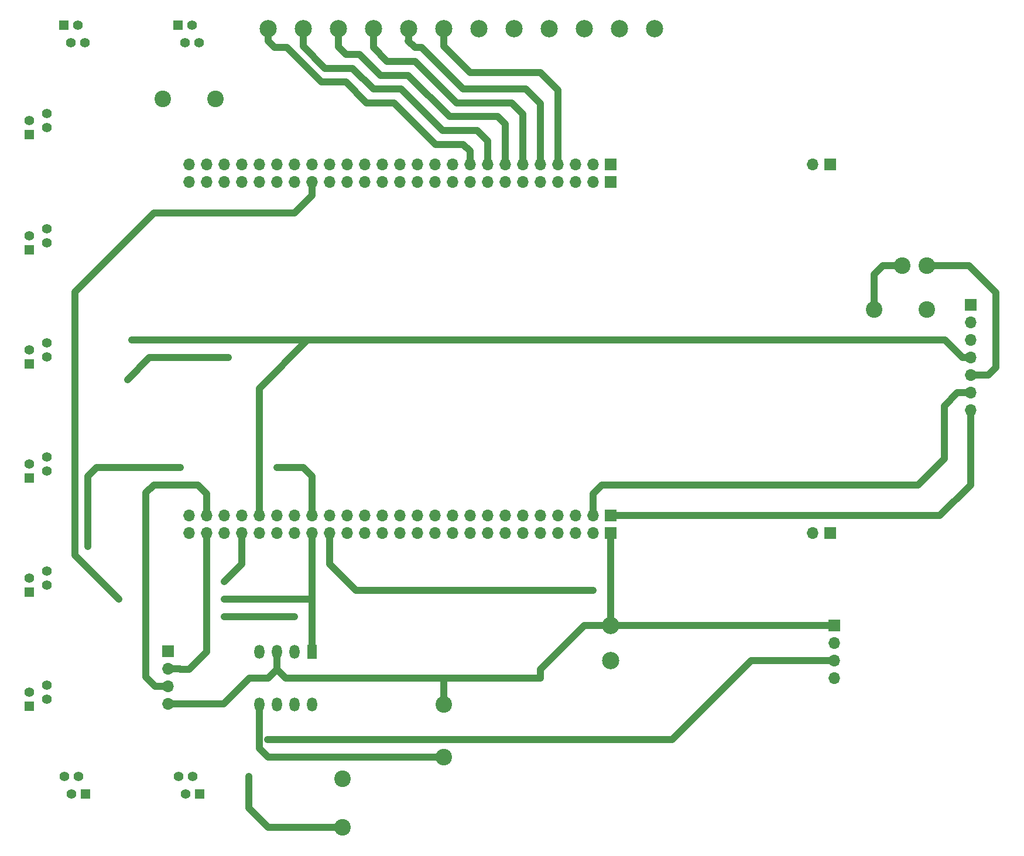
<source format=gbr>
G04 #@! TF.GenerationSoftware,KiCad,Pcbnew,(5.0.2)-1*
G04 #@! TF.CreationDate,2022-12-18T00:38:05+03:00*
G04 #@! TF.ProjectId,aks_mainboard,616b735f-6d61-4696-9e62-6f6172642e6b,rev?*
G04 #@! TF.SameCoordinates,Original*
G04 #@! TF.FileFunction,Copper,L1,Top*
G04 #@! TF.FilePolarity,Positive*
%FSLAX46Y46*%
G04 Gerber Fmt 4.6, Leading zero omitted, Abs format (unit mm)*
G04 Created by KiCad (PCBNEW (5.0.2)-1) date 18.12.2022 00:38:05*
%MOMM*%
%LPD*%
G01*
G04 APERTURE LIST*
G04 #@! TA.AperFunction,ComponentPad*
%ADD10C,2.400000*%
G04 #@! TD*
G04 #@! TA.AperFunction,ComponentPad*
%ADD11R,1.408000X1.408000*%
G04 #@! TD*
G04 #@! TA.AperFunction,ComponentPad*
%ADD12C,1.408000*%
G04 #@! TD*
G04 #@! TA.AperFunction,ComponentPad*
%ADD13C,2.499360*%
G04 #@! TD*
G04 #@! TA.AperFunction,ComponentPad*
%ADD14O,1.700000X1.700000*%
G04 #@! TD*
G04 #@! TA.AperFunction,ComponentPad*
%ADD15R,1.700000X1.700000*%
G04 #@! TD*
G04 #@! TA.AperFunction,ComponentPad*
%ADD16O,1.440000X2.000000*%
G04 #@! TD*
G04 #@! TA.AperFunction,ComponentPad*
%ADD17R,1.440000X2.000000*%
G04 #@! TD*
G04 #@! TA.AperFunction,ViaPad*
%ADD18C,0.800000*%
G04 #@! TD*
G04 #@! TA.AperFunction,Conductor*
%ADD19C,1.000000*%
G04 #@! TD*
G04 APERTURE END LIST*
D10*
G04 #@! TO.P,,1*
G04 #@! TO.N,N/C*
X122555000Y-163830000D03*
G04 #@! TD*
G04 #@! TO.P,,1*
G04 #@! TO.N,N/C*
X122555000Y-156845000D03*
G04 #@! TD*
G04 #@! TO.P,,1*
G04 #@! TO.N,N/C*
X104140000Y-58420000D03*
G04 #@! TD*
G04 #@! TO.P,,1*
G04 #@! TO.N,N/C*
X96520000Y-58420000D03*
G04 #@! TD*
G04 #@! TO.P,,1*
G04 #@! TO.N,N/C*
X203479400Y-82524600D03*
G04 #@! TD*
G04 #@! TO.P,,1*
G04 #@! TO.N,N/C*
X207010000Y-82550000D03*
G04 #@! TD*
G04 #@! TO.P,,1*
G04 #@! TO.N,N/C*
X199390000Y-88900000D03*
G04 #@! TD*
G04 #@! TO.P,,1*
G04 #@! TO.N,N/C*
X207010000Y-88900000D03*
G04 #@! TD*
D11*
G04 #@! TO.P,,1*
G04 #@! TO.N,N/C*
X85350000Y-158990000D03*
D12*
G04 #@! TO.P,,2*
X84330000Y-156450000D03*
G04 #@! TO.P,,3*
X83310000Y-158990000D03*
G04 #@! TO.P,,4*
X82290000Y-156450000D03*
G04 #@! TD*
G04 #@! TO.P,,4*
G04 #@! TO.N,N/C*
X98800000Y-156450000D03*
G04 #@! TO.P,,3*
X99820000Y-158990000D03*
G04 #@! TO.P,,2*
X100840000Y-156450000D03*
D11*
G04 #@! TO.P,,1*
X101860000Y-158990000D03*
G04 #@! TD*
D13*
G04 #@! TO.P,,1*
G04 #@! TO.N,N/C*
X121920000Y-48260000D03*
X127000000Y-48260000D03*
G04 #@! TD*
D14*
G04 #@! TO.P,,4*
G04 #@! TO.N,N/C*
X97313948Y-145984868D03*
G04 #@! TO.P,,3*
X97313948Y-143444868D03*
G04 #@! TO.P,,2*
X97313948Y-140904868D03*
D15*
G04 #@! TO.P,,1*
X97313948Y-138364868D03*
G04 #@! TD*
D13*
G04 #@! TO.P,,1*
G04 #@! TO.N,N/C*
X162560000Y-48260000D03*
X167640000Y-48260000D03*
G04 #@! TD*
G04 #@! TO.P,,1*
G04 #@! TO.N,N/C*
X116840000Y-48260000D03*
X111760000Y-48260000D03*
G04 #@! TD*
G04 #@! TO.P,,1*
G04 #@! TO.N,N/C*
X137160000Y-48260000D03*
X132080000Y-48260000D03*
G04 #@! TD*
G04 #@! TO.P,,1*
G04 #@! TO.N,N/C*
X147320000Y-48260000D03*
X142240000Y-48260000D03*
G04 #@! TD*
D11*
G04 #@! TO.P,,1*
G04 #@! TO.N,N/C*
X82236361Y-47716901D03*
D12*
G04 #@! TO.P,,2*
X83256361Y-50256901D03*
G04 #@! TO.P,,3*
X84276361Y-47716901D03*
G04 #@! TO.P,,4*
X85296361Y-50256901D03*
G04 #@! TD*
D11*
G04 #@! TO.P,,1*
G04 #@! TO.N,N/C*
X98746361Y-47716901D03*
D12*
G04 #@! TO.P,,2*
X99766361Y-50256901D03*
G04 #@! TO.P,,3*
X100786361Y-47716901D03*
G04 #@! TO.P,,4*
X101806361Y-50256901D03*
G04 #@! TD*
D11*
G04 #@! TO.P,,1*
G04 #@! TO.N,N/C*
X77230000Y-63600000D03*
D12*
G04 #@! TO.P,,2*
X79770000Y-62580000D03*
G04 #@! TO.P,,3*
X77230000Y-61560000D03*
G04 #@! TO.P,,4*
X79770000Y-60540000D03*
G04 #@! TD*
G04 #@! TO.P,,4*
G04 #@! TO.N,N/C*
X79770000Y-77210000D03*
G04 #@! TO.P,,3*
X77230000Y-78230000D03*
G04 #@! TO.P,,2*
X79770000Y-79250000D03*
D11*
G04 #@! TO.P,,1*
X77230000Y-80270000D03*
G04 #@! TD*
D12*
G04 #@! TO.P,,4*
G04 #@! TO.N,N/C*
X79770000Y-93720000D03*
G04 #@! TO.P,,3*
X77230000Y-94740000D03*
G04 #@! TO.P,,2*
X79770000Y-95760000D03*
D11*
G04 #@! TO.P,,1*
X77230000Y-96780000D03*
G04 #@! TD*
D12*
G04 #@! TO.P,,4*
G04 #@! TO.N,N/C*
X79770000Y-110230000D03*
G04 #@! TO.P,,3*
X77230000Y-111250000D03*
G04 #@! TO.P,,2*
X79770000Y-112270000D03*
D11*
G04 #@! TO.P,,1*
X77230000Y-113290000D03*
G04 #@! TD*
D12*
G04 #@! TO.P,,4*
G04 #@! TO.N,N/C*
X79770000Y-126740000D03*
G04 #@! TO.P,,3*
X77230000Y-127760000D03*
G04 #@! TO.P,,2*
X79770000Y-128780000D03*
D11*
G04 #@! TO.P,,1*
X77230000Y-129800000D03*
G04 #@! TD*
D12*
G04 #@! TO.P,,4*
G04 #@! TO.N,N/C*
X79770000Y-143250000D03*
G04 #@! TO.P,,3*
X77230000Y-144270000D03*
G04 #@! TO.P,,2*
X79770000Y-145290000D03*
D11*
G04 #@! TO.P,,1*
X77230000Y-146310000D03*
G04 #@! TD*
D10*
G04 #@! TO.P,,1*
G04 #@! TO.N,N/C*
X137160000Y-146050000D03*
G04 #@! TD*
D15*
G04 #@! TO.P,,1*
G04 #@! TO.N,N/C*
X161290000Y-121285000D03*
D14*
G04 #@! TO.P,,2*
X158750000Y-121285000D03*
G04 #@! TO.P,,3*
X156210000Y-121285000D03*
G04 #@! TO.P,,4*
X153670000Y-121285000D03*
G04 #@! TO.P,,5*
X151130000Y-121285000D03*
G04 #@! TO.P,,6*
X148590000Y-121285000D03*
G04 #@! TO.P,,7*
X146050000Y-121285000D03*
G04 #@! TO.P,,8*
X143510000Y-121285000D03*
G04 #@! TO.P,,9*
X140970000Y-121285000D03*
G04 #@! TO.P,,10*
X138430000Y-121285000D03*
G04 #@! TO.P,,11*
X135890000Y-121285000D03*
G04 #@! TO.P,,12*
X133350000Y-121285000D03*
G04 #@! TO.P,,13*
X130810000Y-121285000D03*
G04 #@! TO.P,,14*
X128270000Y-121285000D03*
G04 #@! TO.P,,15*
X125730000Y-121285000D03*
G04 #@! TO.P,,16*
X123190000Y-121285000D03*
G04 #@! TO.P,,17*
X120650000Y-121285000D03*
G04 #@! TO.P,,18*
X118110000Y-121285000D03*
G04 #@! TO.P,,19*
X115570000Y-121285000D03*
G04 #@! TO.P,,20*
X113030000Y-121285000D03*
G04 #@! TO.P,,21*
X110490000Y-121285000D03*
G04 #@! TO.P,,22*
X107950000Y-121285000D03*
G04 #@! TO.P,,23*
X105410000Y-121285000D03*
G04 #@! TO.P,,24*
X102870000Y-121285000D03*
G04 #@! TO.P,,25*
X100330000Y-121285000D03*
G04 #@! TD*
G04 #@! TO.P,,25*
G04 #@! TO.N,N/C*
X100330000Y-118745000D03*
G04 #@! TO.P,,24*
X102870000Y-118745000D03*
G04 #@! TO.P,,23*
X105410000Y-118745000D03*
G04 #@! TO.P,,22*
X107950000Y-118745000D03*
G04 #@! TO.P,,21*
X110490000Y-118745000D03*
G04 #@! TO.P,,20*
X113030000Y-118745000D03*
G04 #@! TO.P,,19*
X115570000Y-118745000D03*
G04 #@! TO.P,,18*
X118110000Y-118745000D03*
G04 #@! TO.P,,17*
X120650000Y-118745000D03*
G04 #@! TO.P,,16*
X123190000Y-118745000D03*
G04 #@! TO.P,,15*
X125730000Y-118745000D03*
G04 #@! TO.P,,14*
X128270000Y-118745000D03*
G04 #@! TO.P,,13*
X130810000Y-118745000D03*
G04 #@! TO.P,,12*
X133350000Y-118745000D03*
G04 #@! TO.P,,11*
X135890000Y-118745000D03*
G04 #@! TO.P,,10*
X138430000Y-118745000D03*
G04 #@! TO.P,,9*
X140970000Y-118745000D03*
G04 #@! TO.P,,8*
X143510000Y-118745000D03*
G04 #@! TO.P,,7*
X146050000Y-118745000D03*
G04 #@! TO.P,,6*
X148590000Y-118745000D03*
G04 #@! TO.P,,5*
X151130000Y-118745000D03*
G04 #@! TO.P,,4*
X153670000Y-118745000D03*
G04 #@! TO.P,,3*
X156210000Y-118745000D03*
G04 #@! TO.P,,2*
X158750000Y-118745000D03*
D15*
G04 #@! TO.P,,1*
X161290000Y-118745000D03*
G04 #@! TD*
G04 #@! TO.P,,1*
G04 #@! TO.N,N/C*
X161290000Y-67945000D03*
D14*
G04 #@! TO.P,,2*
X158750000Y-67945000D03*
G04 #@! TO.P,,3*
X156210000Y-67945000D03*
G04 #@! TO.P,,4*
X153670000Y-67945000D03*
G04 #@! TO.P,,5*
X151130000Y-67945000D03*
G04 #@! TO.P,,6*
X148590000Y-67945000D03*
G04 #@! TO.P,,7*
X146050000Y-67945000D03*
G04 #@! TO.P,,8*
X143510000Y-67945000D03*
G04 #@! TO.P,,9*
X140970000Y-67945000D03*
G04 #@! TO.P,,10*
X138430000Y-67945000D03*
G04 #@! TO.P,,11*
X135890000Y-67945000D03*
G04 #@! TO.P,,12*
X133350000Y-67945000D03*
G04 #@! TO.P,,13*
X130810000Y-67945000D03*
G04 #@! TO.P,,14*
X128270000Y-67945000D03*
G04 #@! TO.P,,15*
X125730000Y-67945000D03*
G04 #@! TO.P,,16*
X123190000Y-67945000D03*
G04 #@! TO.P,,17*
X120650000Y-67945000D03*
G04 #@! TO.P,,18*
X118110000Y-67945000D03*
G04 #@! TO.P,,19*
X115570000Y-67945000D03*
G04 #@! TO.P,,20*
X113030000Y-67945000D03*
G04 #@! TO.P,,21*
X110490000Y-67945000D03*
G04 #@! TO.P,,22*
X107950000Y-67945000D03*
G04 #@! TO.P,,23*
X105410000Y-67945000D03*
G04 #@! TO.P,,24*
X102870000Y-67945000D03*
G04 #@! TO.P,,25*
X100330000Y-67945000D03*
G04 #@! TD*
G04 #@! TO.P,,25*
G04 #@! TO.N,N/C*
X100330000Y-70485000D03*
G04 #@! TO.P,,24*
X102870000Y-70485000D03*
G04 #@! TO.P,,23*
X105410000Y-70485000D03*
G04 #@! TO.P,,22*
X107950000Y-70485000D03*
G04 #@! TO.P,,21*
X110490000Y-70485000D03*
G04 #@! TO.P,,20*
X113030000Y-70485000D03*
G04 #@! TO.P,,19*
X115570000Y-70485000D03*
G04 #@! TO.P,,18*
X118110000Y-70485000D03*
G04 #@! TO.P,,17*
X120650000Y-70485000D03*
G04 #@! TO.P,,16*
X123190000Y-70485000D03*
G04 #@! TO.P,,15*
X125730000Y-70485000D03*
G04 #@! TO.P,,14*
X128270000Y-70485000D03*
G04 #@! TO.P,,13*
X130810000Y-70485000D03*
G04 #@! TO.P,,12*
X133350000Y-70485000D03*
G04 #@! TO.P,,11*
X135890000Y-70485000D03*
G04 #@! TO.P,,10*
X138430000Y-70485000D03*
G04 #@! TO.P,,9*
X140970000Y-70485000D03*
G04 #@! TO.P,,8*
X143510000Y-70485000D03*
G04 #@! TO.P,,7*
X146050000Y-70485000D03*
G04 #@! TO.P,,6*
X148590000Y-70485000D03*
G04 #@! TO.P,,5*
X151130000Y-70485000D03*
G04 #@! TO.P,,4*
X153670000Y-70485000D03*
G04 #@! TO.P,,3*
X156210000Y-70485000D03*
G04 #@! TO.P,,2*
X158750000Y-70485000D03*
D15*
G04 #@! TO.P,,1*
X161290000Y-70485000D03*
G04 #@! TD*
D14*
G04 #@! TO.P,,2*
G04 #@! TO.N,N/C*
X190500000Y-121285000D03*
D15*
G04 #@! TO.P,,1*
X193040000Y-121285000D03*
G04 #@! TD*
D14*
G04 #@! TO.P,,2*
G04 #@! TO.N,N/C*
X190500000Y-67945000D03*
D15*
G04 #@! TO.P,,1*
X193040000Y-67945000D03*
G04 #@! TD*
D14*
G04 #@! TO.P,,7*
G04 #@! TO.N,N/C*
X213360000Y-103505000D03*
G04 #@! TO.P,,6*
X213360000Y-100965000D03*
G04 #@! TO.P,,5*
X213360000Y-98425000D03*
G04 #@! TO.P,,4*
X213360000Y-95885000D03*
G04 #@! TO.P,,3*
X213360000Y-93345000D03*
G04 #@! TO.P,,2*
X213360000Y-90805000D03*
D15*
G04 #@! TO.P,,1*
X213360000Y-88265000D03*
G04 #@! TD*
D13*
G04 #@! TO.P,,1*
G04 #@! TO.N,N/C*
X161290000Y-134620000D03*
X161290000Y-139700000D03*
G04 #@! TD*
D16*
G04 #@! TO.P,,13*
G04 #@! TO.N,N/C*
X110490000Y-146050000D03*
G04 #@! TO.P,,4*
X110490000Y-138430000D03*
G04 #@! TO.P,,14*
X113030000Y-146050000D03*
G04 #@! TO.P,,3*
X113030000Y-138430000D03*
G04 #@! TO.P,,15*
X115570000Y-146050000D03*
G04 #@! TO.P,,2*
X115570000Y-138430000D03*
G04 #@! TO.P,,16*
X118110000Y-146050000D03*
D17*
G04 #@! TO.P,,1*
X118110000Y-138430000D03*
G04 #@! TD*
D10*
G04 #@! TO.P,,1*
G04 #@! TO.N,N/C*
X137160000Y-153670000D03*
G04 #@! TD*
D13*
G04 #@! TO.P,,1*
G04 #@! TO.N,N/C*
X152400000Y-48260000D03*
X157480000Y-48260000D03*
G04 #@! TD*
D14*
G04 #@! TO.P,,4*
G04 #@! TO.N,N/C*
X193675000Y-142240000D03*
G04 #@! TO.P,,3*
X193675000Y-139700000D03*
G04 #@! TO.P,,2*
X193675000Y-137160000D03*
D15*
G04 #@! TO.P,,1*
X193675000Y-134620000D03*
G04 #@! TD*
D18*
G04 #@! TO.N,*
X90170000Y-130810000D03*
X105410000Y-130810000D03*
X105410000Y-128270000D03*
X91440000Y-99060000D03*
X106045000Y-95885000D03*
X115570000Y-133350000D03*
X105410000Y-133350000D03*
X105410000Y-133350000D03*
X92075000Y-93345000D03*
X113030000Y-111760000D03*
X99060000Y-111760000D03*
X85725000Y-123190000D03*
X111734600Y-151130000D03*
X158750000Y-129540000D03*
X108980000Y-156450000D03*
G04 #@! TD*
D19*
G04 #@! TO.N,*
X153670000Y-67945000D02*
X153670000Y-57150000D01*
X153670000Y-57150000D02*
X151130000Y-54610000D01*
X151130000Y-54610000D02*
X140970000Y-54610000D01*
X140970000Y-54610000D02*
X137160000Y-50800000D01*
X137160000Y-50800000D02*
X137160000Y-48260000D01*
X132080000Y-49920000D02*
X132080000Y-48260000D01*
X151130000Y-59130000D02*
X149000000Y-57000000D01*
X132000000Y-50000000D02*
X132080000Y-49920000D01*
X151130000Y-67945000D02*
X151130000Y-59130000D01*
X149000000Y-57000000D02*
X140000000Y-57000000D01*
X140000000Y-57000000D02*
X134000000Y-51000000D01*
X134000000Y-51000000D02*
X133000000Y-51000000D01*
X133000000Y-51000000D02*
X132000000Y-50000000D01*
X127000000Y-51000000D02*
X127000000Y-48260000D01*
X148590000Y-60590000D02*
X147000000Y-59000000D01*
X148590000Y-67945000D02*
X148590000Y-60590000D01*
X147000000Y-59000000D02*
X139000000Y-59000000D01*
X139000000Y-59000000D02*
X133000000Y-53000000D01*
X133000000Y-53000000D02*
X129000000Y-53000000D01*
X129000000Y-53000000D02*
X127000000Y-51000000D01*
X121920000Y-50920000D02*
X121920000Y-48260000D01*
X123000000Y-52000000D02*
X121920000Y-50920000D01*
X125000000Y-52000000D02*
X123000000Y-52000000D01*
X146050000Y-62050000D02*
X145000000Y-61000000D01*
X146050000Y-67945000D02*
X146050000Y-62050000D01*
X138000000Y-61000000D02*
X132000000Y-55000000D01*
X132000000Y-55000000D02*
X128000000Y-55000000D01*
X145000000Y-61000000D02*
X138000000Y-61000000D01*
X128000000Y-55000000D02*
X125000000Y-52000000D01*
X120000000Y-54000000D02*
X116840000Y-50840000D01*
X124000000Y-54000000D02*
X120000000Y-54000000D01*
X143510000Y-64510000D02*
X142000000Y-63000000D01*
X142000000Y-63000000D02*
X137000000Y-63000000D01*
X116840000Y-50840000D02*
X116840000Y-48260000D01*
X137000000Y-63000000D02*
X131000000Y-57000000D01*
X131000000Y-57000000D02*
X127000000Y-57000000D01*
X143510000Y-67945000D02*
X143510000Y-64510000D01*
X127000000Y-57000000D02*
X124000000Y-54000000D01*
X111760000Y-50027314D02*
X111760000Y-48260000D01*
X114500000Y-51000000D02*
X112732686Y-51000000D01*
X119500000Y-56000000D02*
X114500000Y-51000000D01*
X140970000Y-67945000D02*
X140970000Y-65970000D01*
X140970000Y-65970000D02*
X140000000Y-65000000D01*
X123000000Y-56000000D02*
X119500000Y-56000000D01*
X140000000Y-65000000D02*
X136000000Y-65000000D01*
X136000000Y-65000000D02*
X130000000Y-59000000D01*
X130000000Y-59000000D02*
X126000000Y-59000000D01*
X112732686Y-51000000D02*
X111760000Y-50027314D01*
X126000000Y-59000000D02*
X123000000Y-56000000D01*
X118110000Y-121285000D02*
X118110000Y-125730000D01*
X97313948Y-145984868D02*
X105344868Y-145984868D01*
X105344868Y-145984868D02*
X109089736Y-142240000D01*
X109089736Y-142240000D02*
X111760000Y-142240000D01*
X111760000Y-142240000D02*
X113030000Y-140970000D01*
X113030000Y-140970000D02*
X113030000Y-138430000D01*
X114300000Y-142240000D02*
X113030000Y-140970000D01*
X110490000Y-146050000D02*
X110490000Y-149860000D01*
X110490000Y-149860000D02*
X110490000Y-152400000D01*
X110490000Y-152400000D02*
X111760000Y-153670000D01*
X111760000Y-153670000D02*
X137160000Y-153670000D01*
X137160000Y-146050000D02*
X137160000Y-142240000D01*
X151130000Y-142240000D02*
X137160000Y-142240000D01*
X137160000Y-142240000D02*
X114300000Y-142240000D01*
X151130000Y-142240000D02*
X151130000Y-140970000D01*
X151130000Y-140970000D02*
X157480000Y-134620000D01*
X157480000Y-134620000D02*
X161290000Y-134620000D01*
X161290000Y-134620000D02*
X161290000Y-121285000D01*
X90170000Y-130810000D02*
X90170000Y-130810000D01*
X105410000Y-130810000D02*
X118110000Y-130810000D01*
X118110000Y-138430000D02*
X118110000Y-130810000D01*
X118110000Y-130810000D02*
X118110000Y-125730000D01*
X215900000Y-98425000D02*
X213360000Y-98425000D01*
X217043000Y-97282000D02*
X215900000Y-98425000D01*
X217043000Y-86487000D02*
X217043000Y-97282000D01*
X207010000Y-82550000D02*
X213106000Y-82550000D01*
X213106000Y-82550000D02*
X217043000Y-86487000D01*
X203479400Y-82524600D02*
X200685400Y-82524600D01*
X200685400Y-82524600D02*
X199390000Y-83820000D01*
X199390000Y-83820000D02*
X199390000Y-88900000D01*
X161290000Y-118745000D02*
X208915000Y-118745000D01*
X213360000Y-114300000D02*
X213360000Y-103505000D01*
X208915000Y-118745000D02*
X213360000Y-114300000D01*
X158750000Y-118745000D02*
X158750000Y-115570000D01*
X158750000Y-115570000D02*
X160020000Y-114300000D01*
X160020000Y-114300000D02*
X205740000Y-114300000D01*
X205740000Y-114300000D02*
X209550000Y-110490000D01*
X209550000Y-110490000D02*
X209550000Y-102870000D01*
X211455000Y-100965000D02*
X213360000Y-100965000D01*
X209550000Y-102870000D02*
X211455000Y-100965000D01*
X107950000Y-121285000D02*
X107950000Y-125730000D01*
X107950000Y-125730000D02*
X105410000Y-128270000D01*
X105410000Y-128270000D02*
X105410000Y-128270000D01*
X110490000Y-118745000D02*
X110490000Y-100330000D01*
X117475000Y-93345000D02*
X161290000Y-93345000D01*
X110490000Y-100330000D02*
X117475000Y-93345000D01*
X161290000Y-93345000D02*
X161036000Y-93345000D01*
X94615000Y-95885000D02*
X106045000Y-95885000D01*
X91440000Y-99060000D02*
X94615000Y-95885000D01*
X115570000Y-133350000D02*
X105410000Y-133350000D01*
X105410000Y-133350000D02*
X105410000Y-133350000D01*
X105410000Y-133350000D02*
X105410000Y-133350000D01*
X117475000Y-93345000D02*
X92075000Y-93345000D01*
X92075000Y-93345000D02*
X92075000Y-93345000D01*
X208280000Y-93345000D02*
X161290000Y-93345000D01*
X209617919Y-93345000D02*
X208280000Y-93345000D01*
X212157919Y-95885000D02*
X209617919Y-93345000D01*
X213360000Y-95885000D02*
X212157919Y-95885000D01*
X97313948Y-140904868D02*
X98994868Y-140904868D01*
X98994868Y-140904868D02*
X99060000Y-140970000D01*
X100330000Y-140970000D02*
X102870000Y-138430000D01*
X99060000Y-140970000D02*
X100330000Y-140970000D01*
X102870000Y-121285000D02*
X102870000Y-138430000D01*
X95445396Y-143444868D02*
X97313948Y-143444868D01*
X102870000Y-115570000D02*
X101600000Y-114300000D01*
X101600000Y-114300000D02*
X95250000Y-114300000D01*
X102870000Y-118745000D02*
X102870000Y-115570000D01*
X95250000Y-114300000D02*
X94110264Y-115439736D01*
X94110264Y-115439736D02*
X94110264Y-142109736D01*
X94110264Y-142109736D02*
X95445396Y-143444868D01*
X120650000Y-121285000D02*
X120650000Y-122487081D01*
X161290000Y-134620000D02*
X193675000Y-134620000D01*
X118110000Y-118745000D02*
X118110000Y-113030000D01*
X118110000Y-113030000D02*
X116840000Y-111760000D01*
X116840000Y-111760000D02*
X113030000Y-111760000D01*
X113030000Y-111760000D02*
X113030000Y-111760000D01*
X118110000Y-72390000D02*
X118110000Y-70485000D01*
X115570000Y-74930000D02*
X118110000Y-72390000D01*
X95250000Y-74930000D02*
X115570000Y-74930000D01*
X99060000Y-111760000D02*
X89408000Y-111760000D01*
X90170000Y-111760000D02*
X89408000Y-111760000D01*
X89408000Y-111760000D02*
X90170000Y-111760000D01*
X83820000Y-86360000D02*
X88900000Y-81280000D01*
X83820000Y-124460000D02*
X83820000Y-86360000D01*
X90170000Y-130810000D02*
X83820000Y-124460000D01*
X87630000Y-82550000D02*
X88900000Y-81280000D01*
X88900000Y-81280000D02*
X95250000Y-74930000D01*
X89408000Y-111760000D02*
X88900000Y-111760000D01*
X88900000Y-111760000D02*
X87630000Y-111760000D01*
X87630000Y-111760000D02*
X86995000Y-111760000D01*
X86995000Y-111760000D02*
X85725000Y-113030000D01*
X85725000Y-113030000D02*
X85725000Y-123190000D01*
X85725000Y-123190000D02*
X85725000Y-123190000D01*
X170180000Y-151130000D02*
X181610000Y-139700000D01*
X111734600Y-151130000D02*
X170180000Y-151130000D01*
X184150000Y-139700000D02*
X193675000Y-139700000D01*
X184150000Y-139700000D02*
X185420000Y-139700000D01*
X181610000Y-139700000D02*
X184150000Y-139700000D01*
X120650000Y-122487081D02*
X120650000Y-125730000D01*
X120650000Y-125730000D02*
X123190000Y-128270000D01*
X123190000Y-128270000D02*
X124460000Y-129540000D01*
X124460000Y-129540000D02*
X158750000Y-129540000D01*
X158750000Y-129540000D02*
X158750000Y-129540000D01*
X108980000Y-156450000D02*
X108980000Y-161050000D01*
X108980000Y-161050000D02*
X111760000Y-163830000D01*
X111760000Y-163830000D02*
X122555000Y-163830000D01*
G04 #@! TD*
M02*

</source>
